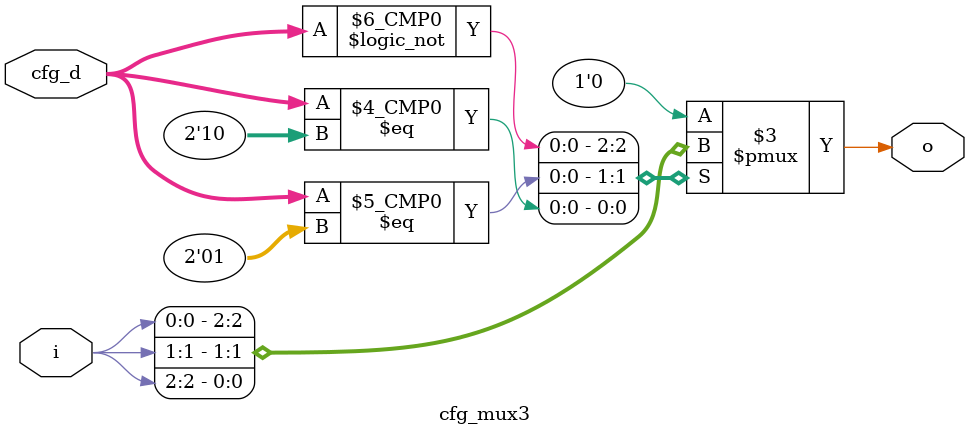
<source format=v>
module cfg_mux3 (
    input wire [2:0] i,
    output reg [0:0] o,
    input wire [1:0] cfg_d
    );

    always @* begin
        o = 1'b0;
        case (cfg_d)    // synopsys infer_mux
            2'd0: o = i[0];
            2'd1: o = i[1];
            2'd2: o = i[2];
        endcase
    end

endmodule

</source>
